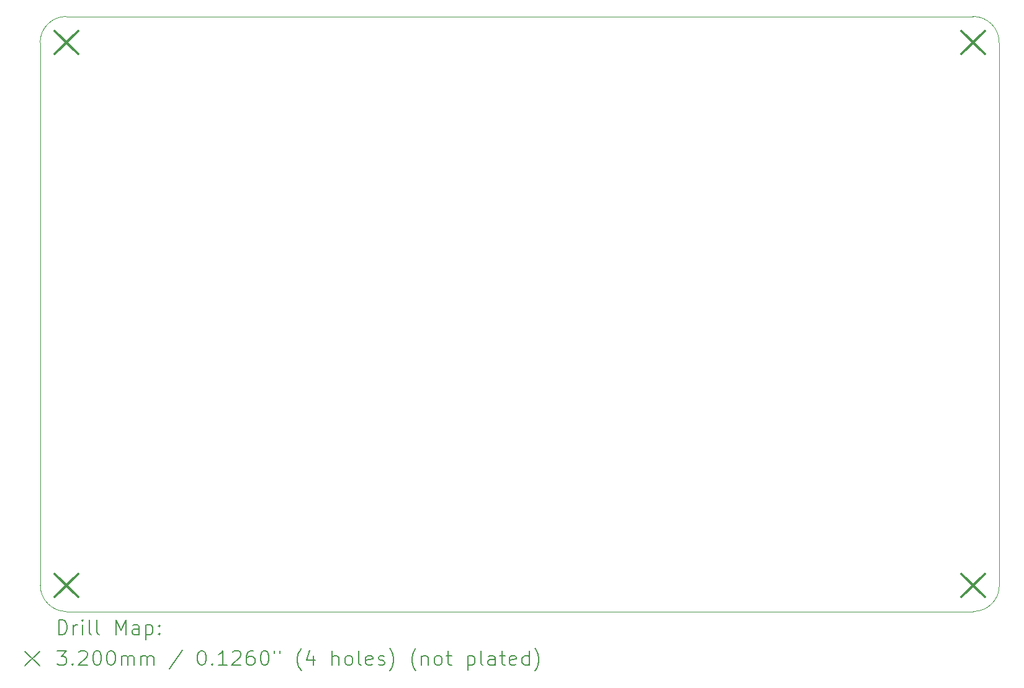
<source format=gbr>
%FSLAX45Y45*%
G04 Gerber Fmt 4.5, Leading zero omitted, Abs format (unit mm)*
G04 Created by KiCad (PCBNEW (6.0.0)) date 2022-08-18 21:34:16*
%MOMM*%
%LPD*%
G01*
G04 APERTURE LIST*
%TA.AperFunction,Profile*%
%ADD10C,0.100000*%
%TD*%
%ADD11C,0.200000*%
%ADD12C,0.320000*%
G04 APERTURE END LIST*
D10*
X17805400Y-14732000D02*
X16357600Y-14732000D01*
X25019000Y-6959600D02*
G75*
G03*
X24663400Y-6604000I-355600J0D01*
G01*
X11938000Y-14376400D02*
G75*
G03*
X12293600Y-14732000I355600J0D01*
G01*
X24665953Y-14732000D02*
G75*
G03*
X25021553Y-14376400I0J355600D01*
G01*
X25019000Y-8255000D02*
X25021553Y-14376400D01*
X16357600Y-14732000D02*
X12293600Y-14732000D01*
X24665953Y-14732000D02*
X20294600Y-14732000D01*
X25019000Y-6959600D02*
X25019000Y-8255000D01*
X12291047Y-6604000D02*
X24663400Y-6604000D01*
X20294600Y-14732000D02*
X17805400Y-14732000D01*
X11938000Y-14376400D02*
X11935447Y-6959600D01*
X12291047Y-6604000D02*
G75*
G03*
X11935447Y-6959600I0J-355600D01*
G01*
D11*
D12*
X12133600Y-6799600D02*
X12453600Y-7119600D01*
X12453600Y-6799600D02*
X12133600Y-7119600D01*
X12133600Y-14216400D02*
X12453600Y-14536400D01*
X12453600Y-14216400D02*
X12133600Y-14536400D01*
X24503400Y-6799600D02*
X24823400Y-7119600D01*
X24823400Y-6799600D02*
X24503400Y-7119600D01*
X24503400Y-14216400D02*
X24823400Y-14536400D01*
X24823400Y-14216400D02*
X24503400Y-14536400D01*
D11*
X12188066Y-15047476D02*
X12188066Y-14847476D01*
X12235685Y-14847476D01*
X12264257Y-14857000D01*
X12283304Y-14876048D01*
X12292828Y-14895095D01*
X12302352Y-14933190D01*
X12302352Y-14961762D01*
X12292828Y-14999857D01*
X12283304Y-15018905D01*
X12264257Y-15037952D01*
X12235685Y-15047476D01*
X12188066Y-15047476D01*
X12388066Y-15047476D02*
X12388066Y-14914143D01*
X12388066Y-14952238D02*
X12397590Y-14933190D01*
X12407114Y-14923667D01*
X12426161Y-14914143D01*
X12445209Y-14914143D01*
X12511876Y-15047476D02*
X12511876Y-14914143D01*
X12511876Y-14847476D02*
X12502352Y-14857000D01*
X12511876Y-14866524D01*
X12521399Y-14857000D01*
X12511876Y-14847476D01*
X12511876Y-14866524D01*
X12635685Y-15047476D02*
X12616638Y-15037952D01*
X12607114Y-15018905D01*
X12607114Y-14847476D01*
X12740447Y-15047476D02*
X12721399Y-15037952D01*
X12711876Y-15018905D01*
X12711876Y-14847476D01*
X12969019Y-15047476D02*
X12969019Y-14847476D01*
X13035685Y-14990333D01*
X13102352Y-14847476D01*
X13102352Y-15047476D01*
X13283304Y-15047476D02*
X13283304Y-14942714D01*
X13273780Y-14923667D01*
X13254733Y-14914143D01*
X13216638Y-14914143D01*
X13197590Y-14923667D01*
X13283304Y-15037952D02*
X13264257Y-15047476D01*
X13216638Y-15047476D01*
X13197590Y-15037952D01*
X13188066Y-15018905D01*
X13188066Y-14999857D01*
X13197590Y-14980809D01*
X13216638Y-14971286D01*
X13264257Y-14971286D01*
X13283304Y-14961762D01*
X13378542Y-14914143D02*
X13378542Y-15114143D01*
X13378542Y-14923667D02*
X13397590Y-14914143D01*
X13435685Y-14914143D01*
X13454733Y-14923667D01*
X13464257Y-14933190D01*
X13473780Y-14952238D01*
X13473780Y-15009381D01*
X13464257Y-15028428D01*
X13454733Y-15037952D01*
X13435685Y-15047476D01*
X13397590Y-15047476D01*
X13378542Y-15037952D01*
X13559495Y-15028428D02*
X13569019Y-15037952D01*
X13559495Y-15047476D01*
X13549971Y-15037952D01*
X13559495Y-15028428D01*
X13559495Y-15047476D01*
X13559495Y-14923667D02*
X13569019Y-14933190D01*
X13559495Y-14942714D01*
X13549971Y-14933190D01*
X13559495Y-14923667D01*
X13559495Y-14942714D01*
X11730447Y-15277000D02*
X11930447Y-15477000D01*
X11930447Y-15277000D02*
X11730447Y-15477000D01*
X12169019Y-15267476D02*
X12292828Y-15267476D01*
X12226161Y-15343667D01*
X12254733Y-15343667D01*
X12273780Y-15353190D01*
X12283304Y-15362714D01*
X12292828Y-15381762D01*
X12292828Y-15429381D01*
X12283304Y-15448428D01*
X12273780Y-15457952D01*
X12254733Y-15467476D01*
X12197590Y-15467476D01*
X12178542Y-15457952D01*
X12169019Y-15448428D01*
X12378542Y-15448428D02*
X12388066Y-15457952D01*
X12378542Y-15467476D01*
X12369019Y-15457952D01*
X12378542Y-15448428D01*
X12378542Y-15467476D01*
X12464257Y-15286524D02*
X12473780Y-15277000D01*
X12492828Y-15267476D01*
X12540447Y-15267476D01*
X12559495Y-15277000D01*
X12569019Y-15286524D01*
X12578542Y-15305571D01*
X12578542Y-15324619D01*
X12569019Y-15353190D01*
X12454733Y-15467476D01*
X12578542Y-15467476D01*
X12702352Y-15267476D02*
X12721399Y-15267476D01*
X12740447Y-15277000D01*
X12749971Y-15286524D01*
X12759495Y-15305571D01*
X12769019Y-15343667D01*
X12769019Y-15391286D01*
X12759495Y-15429381D01*
X12749971Y-15448428D01*
X12740447Y-15457952D01*
X12721399Y-15467476D01*
X12702352Y-15467476D01*
X12683304Y-15457952D01*
X12673780Y-15448428D01*
X12664257Y-15429381D01*
X12654733Y-15391286D01*
X12654733Y-15343667D01*
X12664257Y-15305571D01*
X12673780Y-15286524D01*
X12683304Y-15277000D01*
X12702352Y-15267476D01*
X12892828Y-15267476D02*
X12911876Y-15267476D01*
X12930923Y-15277000D01*
X12940447Y-15286524D01*
X12949971Y-15305571D01*
X12959495Y-15343667D01*
X12959495Y-15391286D01*
X12949971Y-15429381D01*
X12940447Y-15448428D01*
X12930923Y-15457952D01*
X12911876Y-15467476D01*
X12892828Y-15467476D01*
X12873780Y-15457952D01*
X12864257Y-15448428D01*
X12854733Y-15429381D01*
X12845209Y-15391286D01*
X12845209Y-15343667D01*
X12854733Y-15305571D01*
X12864257Y-15286524D01*
X12873780Y-15277000D01*
X12892828Y-15267476D01*
X13045209Y-15467476D02*
X13045209Y-15334143D01*
X13045209Y-15353190D02*
X13054733Y-15343667D01*
X13073780Y-15334143D01*
X13102352Y-15334143D01*
X13121399Y-15343667D01*
X13130923Y-15362714D01*
X13130923Y-15467476D01*
X13130923Y-15362714D02*
X13140447Y-15343667D01*
X13159495Y-15334143D01*
X13188066Y-15334143D01*
X13207114Y-15343667D01*
X13216638Y-15362714D01*
X13216638Y-15467476D01*
X13311876Y-15467476D02*
X13311876Y-15334143D01*
X13311876Y-15353190D02*
X13321399Y-15343667D01*
X13340447Y-15334143D01*
X13369019Y-15334143D01*
X13388066Y-15343667D01*
X13397590Y-15362714D01*
X13397590Y-15467476D01*
X13397590Y-15362714D02*
X13407114Y-15343667D01*
X13426161Y-15334143D01*
X13454733Y-15334143D01*
X13473780Y-15343667D01*
X13483304Y-15362714D01*
X13483304Y-15467476D01*
X13873780Y-15257952D02*
X13702352Y-15515095D01*
X14130923Y-15267476D02*
X14149971Y-15267476D01*
X14169019Y-15277000D01*
X14178542Y-15286524D01*
X14188066Y-15305571D01*
X14197590Y-15343667D01*
X14197590Y-15391286D01*
X14188066Y-15429381D01*
X14178542Y-15448428D01*
X14169019Y-15457952D01*
X14149971Y-15467476D01*
X14130923Y-15467476D01*
X14111876Y-15457952D01*
X14102352Y-15448428D01*
X14092828Y-15429381D01*
X14083304Y-15391286D01*
X14083304Y-15343667D01*
X14092828Y-15305571D01*
X14102352Y-15286524D01*
X14111876Y-15277000D01*
X14130923Y-15267476D01*
X14283304Y-15448428D02*
X14292828Y-15457952D01*
X14283304Y-15467476D01*
X14273780Y-15457952D01*
X14283304Y-15448428D01*
X14283304Y-15467476D01*
X14483304Y-15467476D02*
X14369019Y-15467476D01*
X14426161Y-15467476D02*
X14426161Y-15267476D01*
X14407114Y-15296048D01*
X14388066Y-15315095D01*
X14369019Y-15324619D01*
X14559495Y-15286524D02*
X14569019Y-15277000D01*
X14588066Y-15267476D01*
X14635685Y-15267476D01*
X14654733Y-15277000D01*
X14664257Y-15286524D01*
X14673780Y-15305571D01*
X14673780Y-15324619D01*
X14664257Y-15353190D01*
X14549971Y-15467476D01*
X14673780Y-15467476D01*
X14845209Y-15267476D02*
X14807114Y-15267476D01*
X14788066Y-15277000D01*
X14778542Y-15286524D01*
X14759495Y-15315095D01*
X14749971Y-15353190D01*
X14749971Y-15429381D01*
X14759495Y-15448428D01*
X14769019Y-15457952D01*
X14788066Y-15467476D01*
X14826161Y-15467476D01*
X14845209Y-15457952D01*
X14854733Y-15448428D01*
X14864257Y-15429381D01*
X14864257Y-15381762D01*
X14854733Y-15362714D01*
X14845209Y-15353190D01*
X14826161Y-15343667D01*
X14788066Y-15343667D01*
X14769019Y-15353190D01*
X14759495Y-15362714D01*
X14749971Y-15381762D01*
X14988066Y-15267476D02*
X15007114Y-15267476D01*
X15026161Y-15277000D01*
X15035685Y-15286524D01*
X15045209Y-15305571D01*
X15054733Y-15343667D01*
X15054733Y-15391286D01*
X15045209Y-15429381D01*
X15035685Y-15448428D01*
X15026161Y-15457952D01*
X15007114Y-15467476D01*
X14988066Y-15467476D01*
X14969019Y-15457952D01*
X14959495Y-15448428D01*
X14949971Y-15429381D01*
X14940447Y-15391286D01*
X14940447Y-15343667D01*
X14949971Y-15305571D01*
X14959495Y-15286524D01*
X14969019Y-15277000D01*
X14988066Y-15267476D01*
X15130923Y-15267476D02*
X15130923Y-15305571D01*
X15207114Y-15267476D02*
X15207114Y-15305571D01*
X15502352Y-15543667D02*
X15492828Y-15534143D01*
X15473780Y-15505571D01*
X15464257Y-15486524D01*
X15454733Y-15457952D01*
X15445209Y-15410333D01*
X15445209Y-15372238D01*
X15454733Y-15324619D01*
X15464257Y-15296048D01*
X15473780Y-15277000D01*
X15492828Y-15248428D01*
X15502352Y-15238905D01*
X15664257Y-15334143D02*
X15664257Y-15467476D01*
X15616638Y-15257952D02*
X15569019Y-15400809D01*
X15692828Y-15400809D01*
X15921399Y-15467476D02*
X15921399Y-15267476D01*
X16007114Y-15467476D02*
X16007114Y-15362714D01*
X15997590Y-15343667D01*
X15978542Y-15334143D01*
X15949971Y-15334143D01*
X15930923Y-15343667D01*
X15921399Y-15353190D01*
X16130923Y-15467476D02*
X16111876Y-15457952D01*
X16102352Y-15448428D01*
X16092828Y-15429381D01*
X16092828Y-15372238D01*
X16102352Y-15353190D01*
X16111876Y-15343667D01*
X16130923Y-15334143D01*
X16159495Y-15334143D01*
X16178542Y-15343667D01*
X16188066Y-15353190D01*
X16197590Y-15372238D01*
X16197590Y-15429381D01*
X16188066Y-15448428D01*
X16178542Y-15457952D01*
X16159495Y-15467476D01*
X16130923Y-15467476D01*
X16311876Y-15467476D02*
X16292828Y-15457952D01*
X16283304Y-15438905D01*
X16283304Y-15267476D01*
X16464257Y-15457952D02*
X16445209Y-15467476D01*
X16407114Y-15467476D01*
X16388066Y-15457952D01*
X16378542Y-15438905D01*
X16378542Y-15362714D01*
X16388066Y-15343667D01*
X16407114Y-15334143D01*
X16445209Y-15334143D01*
X16464257Y-15343667D01*
X16473780Y-15362714D01*
X16473780Y-15381762D01*
X16378542Y-15400809D01*
X16549971Y-15457952D02*
X16569019Y-15467476D01*
X16607114Y-15467476D01*
X16626161Y-15457952D01*
X16635685Y-15438905D01*
X16635685Y-15429381D01*
X16626161Y-15410333D01*
X16607114Y-15400809D01*
X16578542Y-15400809D01*
X16559495Y-15391286D01*
X16549971Y-15372238D01*
X16549971Y-15362714D01*
X16559495Y-15343667D01*
X16578542Y-15334143D01*
X16607114Y-15334143D01*
X16626161Y-15343667D01*
X16702352Y-15543667D02*
X16711876Y-15534143D01*
X16730923Y-15505571D01*
X16740447Y-15486524D01*
X16749971Y-15457952D01*
X16759495Y-15410333D01*
X16759495Y-15372238D01*
X16749971Y-15324619D01*
X16740447Y-15296048D01*
X16730923Y-15277000D01*
X16711876Y-15248428D01*
X16702352Y-15238905D01*
X17064257Y-15543667D02*
X17054733Y-15534143D01*
X17035685Y-15505571D01*
X17026161Y-15486524D01*
X17016638Y-15457952D01*
X17007114Y-15410333D01*
X17007114Y-15372238D01*
X17016638Y-15324619D01*
X17026161Y-15296048D01*
X17035685Y-15277000D01*
X17054733Y-15248428D01*
X17064257Y-15238905D01*
X17140447Y-15334143D02*
X17140447Y-15467476D01*
X17140447Y-15353190D02*
X17149971Y-15343667D01*
X17169019Y-15334143D01*
X17197590Y-15334143D01*
X17216638Y-15343667D01*
X17226161Y-15362714D01*
X17226161Y-15467476D01*
X17349971Y-15467476D02*
X17330923Y-15457952D01*
X17321400Y-15448428D01*
X17311876Y-15429381D01*
X17311876Y-15372238D01*
X17321400Y-15353190D01*
X17330923Y-15343667D01*
X17349971Y-15334143D01*
X17378542Y-15334143D01*
X17397590Y-15343667D01*
X17407114Y-15353190D01*
X17416638Y-15372238D01*
X17416638Y-15429381D01*
X17407114Y-15448428D01*
X17397590Y-15457952D01*
X17378542Y-15467476D01*
X17349971Y-15467476D01*
X17473781Y-15334143D02*
X17549971Y-15334143D01*
X17502352Y-15267476D02*
X17502352Y-15438905D01*
X17511876Y-15457952D01*
X17530923Y-15467476D01*
X17549971Y-15467476D01*
X17769019Y-15334143D02*
X17769019Y-15534143D01*
X17769019Y-15343667D02*
X17788066Y-15334143D01*
X17826161Y-15334143D01*
X17845209Y-15343667D01*
X17854733Y-15353190D01*
X17864257Y-15372238D01*
X17864257Y-15429381D01*
X17854733Y-15448428D01*
X17845209Y-15457952D01*
X17826161Y-15467476D01*
X17788066Y-15467476D01*
X17769019Y-15457952D01*
X17978542Y-15467476D02*
X17959495Y-15457952D01*
X17949971Y-15438905D01*
X17949971Y-15267476D01*
X18140447Y-15467476D02*
X18140447Y-15362714D01*
X18130923Y-15343667D01*
X18111876Y-15334143D01*
X18073781Y-15334143D01*
X18054733Y-15343667D01*
X18140447Y-15457952D02*
X18121400Y-15467476D01*
X18073781Y-15467476D01*
X18054733Y-15457952D01*
X18045209Y-15438905D01*
X18045209Y-15419857D01*
X18054733Y-15400809D01*
X18073781Y-15391286D01*
X18121400Y-15391286D01*
X18140447Y-15381762D01*
X18207114Y-15334143D02*
X18283304Y-15334143D01*
X18235685Y-15267476D02*
X18235685Y-15438905D01*
X18245209Y-15457952D01*
X18264257Y-15467476D01*
X18283304Y-15467476D01*
X18426161Y-15457952D02*
X18407114Y-15467476D01*
X18369019Y-15467476D01*
X18349971Y-15457952D01*
X18340447Y-15438905D01*
X18340447Y-15362714D01*
X18349971Y-15343667D01*
X18369019Y-15334143D01*
X18407114Y-15334143D01*
X18426161Y-15343667D01*
X18435685Y-15362714D01*
X18435685Y-15381762D01*
X18340447Y-15400809D01*
X18607114Y-15467476D02*
X18607114Y-15267476D01*
X18607114Y-15457952D02*
X18588066Y-15467476D01*
X18549971Y-15467476D01*
X18530923Y-15457952D01*
X18521400Y-15448428D01*
X18511876Y-15429381D01*
X18511876Y-15372238D01*
X18521400Y-15353190D01*
X18530923Y-15343667D01*
X18549971Y-15334143D01*
X18588066Y-15334143D01*
X18607114Y-15343667D01*
X18683304Y-15543667D02*
X18692828Y-15534143D01*
X18711876Y-15505571D01*
X18721400Y-15486524D01*
X18730923Y-15457952D01*
X18740447Y-15410333D01*
X18740447Y-15372238D01*
X18730923Y-15324619D01*
X18721400Y-15296048D01*
X18711876Y-15277000D01*
X18692828Y-15248428D01*
X18683304Y-15238905D01*
M02*

</source>
